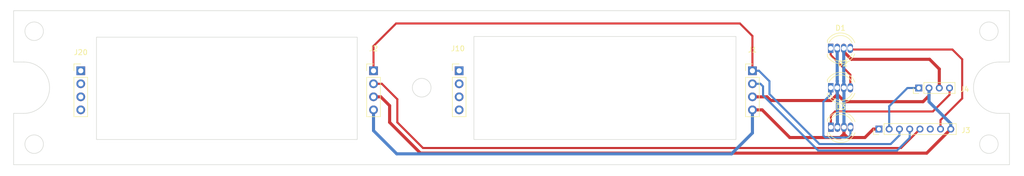
<source format=kicad_pcb>
(kicad_pcb (version 20221018) (generator pcbnew)
  (layers (0 "F.Cu" signal) (31 "B.Cu" signal) (34 "B.Paste" user) (35 "F.Paste" user) (36 "B.SilkS" user "B.Silkscreen") (37 "F.SilkS" user "F.Silkscreen") (38 "B.Mask" user) (39 "F.Mask" user) (44 "Edge.Cuts" user))
  (net 0 "")
  (net 1 "Net-(D1-DO)")
  (net 2 "GND")
  (net 3 "VCC")
  (net 4 "/LED Data")
  (net 5 "Net-(D2-DO)")
  (net 6 "Net-(D3-DO)")
  (net 7 "/LED Data Out")
  (net 8 "/Display CLK")
  (net 9 "/Display_1 Data")
  (net 10 "/Display_2 Data")
  (net 11 "/TopLED")
  (footprint "Connector_PinHeader_2.00mm:PinHeader_1x08_P2.00mm_Vertical" (layer "F.Cu") (at 248.572 91.059 90)
    (fp_text reference "J3" (at -0.25 16.94) (layer "F.SilkS"))
    (fp_text value "Control Board")
    (fp_line (start -1.06 -1.06) (end 0 -1.06) (stroke (width 0.12)) (layer "F.SilkS"))
    (fp_line (start -1.06 0) (end -1.06 -1.06) (stroke (width 0.12)) (layer "F.SilkS"))
    (fp_line (start -1.06 1) (end -1.06 15.06) (stroke (width 0.12)) (layer "F.SilkS"))
    (fp_line (start -1.06 1) (end 1.06 1) (stroke (width 0.12)) (layer "F.SilkS"))
    (fp_line (start -1.06 15.06) (end 1.06 15.06) (stroke (width 0.12)) (layer "F.SilkS"))
    (fp_line (start 1.06 1) (end 1.06 15.06) (stroke (width 0.12)) (layer "F.SilkS"))
    (pad "1" thru_hole rect (at 0 0 90) (size 1.35 1.35) (drill 0.8) (layers "*.Cu" "*.Mask") (net 3 "VCC"))
    (pad "2" thru_hole oval (at 0 2 90) (size 1.35 1.35) (drill 0.8) (layers "*.Cu" "*.Mask") (net 7 "/LED Data Out"))
    (pad "3" thru_hole oval (at 0 4 90) (size 1.35 1.35) (drill 0.8) (layers "*.Cu" "*.Mask") (net 8 "/Display CLK"))
    (pad "4" thru_hole oval (at 0 6 90) (size 1.35 1.35) (drill 0.8) (layers "*.Cu" "*.Mask") (net 9 "/Display_1 Data"))
    (pad "5" thru_hole oval (at 0 8 90) (size 1.35 1.35) (drill 0.8) (layers "*.Cu" "*.Mask") (net 10 "/Display_2 Data"))
    (pad "6" thru_hole oval (at 0 10 90) (size 1.35 1.35) (drill 0.8) (layers "*.Cu" "*.Mask") (net 11 "/TopLED"))
    (pad "7" thru_hole oval (at 0 12 90) (size 1.35 1.35) (drill 0.8) (layers "*.Cu" "*.Mask") (net 4 "/LED Data"))
    (pad "8" thru_hole oval (at 0 14 90) (size 1.35 1.35) (drill 0.8) (layers "*.Cu" "*.Mask") (net 2 "GND"))
  )
  (footprint "Connector_PinHeader_2.54mm:PinHeader_1x04_P2.54mm_Vertical" (layer "F.Cu") (at 223.929 79.7)
    (fp_text reference "J1" (at 0 -4.08) (layer "F.SilkS"))
    (fp_text value "Display 1")
    (fp_line (start -1.33 -1.33) (end 0 -1.33) (stroke (width 0.12)) (layer "F.SilkS"))
    (fp_line (start -1.33 0) (end -1.33 -1.33) (stroke (width 0.12)) (layer "F.SilkS"))
    (fp_line (start -1.33 1.27) (end -1.33 8.95) (stroke (width 0.12)) (layer "F.SilkS"))
    (fp_line (start -1.33 1.27) (end 1.33 1.27) (stroke (width 0.12)) (layer "F.SilkS"))
    (fp_line (start -1.33 8.95) (end 1.33 8.95) (stroke (width 0.12)) (layer "F.SilkS"))
    (fp_line (start 1.33 1.27) (end 1.33 8.95) (stroke (width 0.12)) (layer "F.SilkS"))
    (pad "1" thru_hole rect (at 0 0) (size 1.7 1.7) (drill 1) (layers "*.Cu" "*.Mask") (net 8 "/Display CLK"))
    (pad "2" thru_hole oval (at 0 2.54) (size 1.7 1.7) (drill 1) (layers "*.Cu" "*.Mask") (net 9 "/Display_1 Data"))
    (pad "3" thru_hole oval (at 0 5.08) (size 1.7 1.7) (drill 1) (layers "*.Cu" "*.Mask") (net 2 "GND"))
    (pad "4" thru_hole oval (at 0 7.62) (size 1.7 1.7) (drill 1) (layers "*.Cu" "*.Mask") (net 3 "VCC"))
  )
  (footprint "LED_THT:LED_D5.0mm-4_RGB" (layer "F.Cu") (at 239.22 90.7)
    (fp_text reference "D3" (at 1.905 -3.96) (layer "F.SilkS"))
    (fp_text value "APA-106-F5" hide)
    (fp_line (start -0.655 -1.545) (end -0.655 -1.08) (stroke (width 0.12)) (layer "F.SilkS"))
    (fp_line (start -0.655 1.08) (end -0.655 1.545) (stroke (width 0.12)) (layer "F.SilkS"))
    (fp_arc (start -0.655 -1.54483) (mid 2.163456 -2.978809) (end 4.692815 -1.080827) (stroke (width 0.12)) (layer "F.SilkS"))
    (fp_arc (start -0.349684 -1.08) (mid 1.904762 -2.5) (end 4.159479 -1.080429) (stroke (width 0.12)) (layer "F.SilkS"))
    (fp_arc (start 4.159479 1.080429) (mid 1.904762 2.5) (end -0.349684 1.08) (stroke (width 0.12)) (layer "F.SilkS"))
    (fp_arc (start 4.692815 1.080827) (mid 2.163456 2.978808) (end -0.655 1.54483) (stroke (width 0.12)) (layer "F.SilkS"))
    (pad "1" thru_hole rect (at 0 0) (size 1.07 1.8) (drill 0.9) (layers "*.Cu" "*.Mask") (net 6 "Net-(D3-DO)"))
    (pad "2" thru_hole oval (at 1.27 0) (size 1.07 1.8) (drill 0.9) (layers "*.Cu" "*.Mask") (net 2 "GND"))
    (pad "3" thru_hole oval (at 2.54 0) (size 1.07 1.8) (drill 0.9) (layers "*.Cu" "*.Mask") (net 3 "VCC"))
    (pad "4" thru_hole oval (at 3.81 0) (size 1.07 1.8) (drill 0.9) (layers "*.Cu" "*.Mask") (net 5 "Net-(D2-DO)"))
  )
  (footprint "Connector_PinHeader_2.54mm:PinHeader_1x04_P2.54mm_Vertical" (layer "F.Cu") (at 93.083 79.7)
    (fp_text reference "J20" (at 0 -3.58) (layer "F.SilkS"))
    (fp_text value "Display 2")
    (fp_line (start -1.33 -1.33) (end 0 -1.33) (stroke (width 0.12)) (layer "F.SilkS"))
    (fp_line (start -1.33 0) (end -1.33 -1.33) (stroke (width 0.12)) (layer "F.SilkS"))
    (fp_line (start -1.33 1.27) (end -1.33 8.95) (stroke (width 0.12)) (layer "F.SilkS"))
    (fp_line (start -1.33 1.27) (end 1.33 1.27) (stroke (width 0.12)) (layer "F.SilkS"))
    (fp_line (start -1.33 8.95) (end 1.33 8.95) (stroke (width 0.12)) (layer "F.SilkS"))
    (fp_line (start 1.33 1.27) (end 1.33 8.95) (stroke (width 0.12)) (layer "F.SilkS"))
    (pad "1" thru_hole rect (at 0 0) (size 1.7 1.7) (drill 1) (layers "*.Cu" "*.Mask"))
    (pad "2" thru_hole oval (at 0 2.54) (size 1.7 1.7) (drill 1) (layers "*.Cu" "*.Mask"))
    (pad "3" thru_hole oval (at 0 5.08) (size 1.7 1.7) (drill 1) (layers "*.Cu" "*.Mask"))
    (pad "4" thru_hole oval (at 0 7.62) (size 1.7 1.7) (drill 1) (layers "*.Cu" "*.Mask"))
  )
  (footprint "Connector_PinHeader_2.00mm:PinHeader_1x04_P2.00mm_Vertical" (layer "F.Cu") (at 256.334 83.058 90)
    (fp_text reference "J4" (at -0.25 8.94 180) (layer "F.SilkS"))
    (fp_text value "Top LED")
    (fp_line (start -1.06 -1.06) (end 0 -1.06) (stroke (width 0.12)) (layer "F.SilkS"))
    (fp_line (start -1.06 0) (end -1.06 -1.06) (stroke (width 0.12)) (layer "F.SilkS"))
    (fp_line (start -1.06 1) (end -1.06 7.06) (stroke (width 0.12)) (layer "F.SilkS"))
    (fp_line (start -1.06 1) (end 1.06 1) (stroke (width 0.12)) (layer "F.SilkS"))
    (fp_line (start -1.06 7.06) (end 1.06 7.06) (stroke (width 0.12)) (layer "F.SilkS"))
    (fp_line (start 1.06 1) (end 1.06 7.06) (stroke (width 0.12)) (layer "F.SilkS"))
    (pad "1" thru_hole rect (at 0 0 90) (size 1.35 1.35) (drill 0.8) (layers "*.Cu" "*.Mask") (net 7 "/LED Data Out"))
    (pad "2" thru_hole oval (at 0 2 90) (size 1.35 1.35) (drill 0.8) (layers "*.Cu" "*.Mask") (net 2 "GND"))
    (pad "3" thru_hole oval (at 0 4 90) (size 1.35 1.35) (drill 0.8) (layers "*.Cu" "*.Mask") (net 3 "VCC"))
    (pad "4" thru_hole oval (at 0 6 90) (size 1.35 1.35) (drill 0.8) (layers "*.Cu" "*.Mask") (net 6 "Net-(D3-DO)"))
  )
  (footprint "LED_THT:LED_D5.0mm-4_RGB" (layer "F.Cu") (at 239.19 83)
    (fp_text reference "D2" (at 2.325 -4.68) (layer "F.SilkS"))
    (fp_text value "APA-106-F5" hide)
    (fp_line (start -0.655 -1.545) (end -0.655 -1.08) (stroke (width 0.12)) (layer "F.SilkS"))
    (fp_line (start -0.655 1.08) (end -0.655 1.545) (stroke (width 0.12)) (layer "F.SilkS"))
    (fp_arc (start -0.655 -1.54483) (mid 2.163456 -2.978809) (end 4.692815 -1.080827) (stroke (width 0.12)) (layer "F.SilkS"))
    (fp_arc (start -0.349684 -1.08) (mid 1.904762 -2.5) (end 4.159479 -1.080429) (stroke (width 0.12)) (layer "F.SilkS"))
    (fp_arc (start 4.159479 1.080429) (mid 1.904762 2.5) (end -0.349684 1.08) (stroke (width 0.12)) (layer "F.SilkS"))
    (fp_arc (start 4.692815 1.080827) (mid 2.163456 2.978808) (end -0.655 1.54483) (stroke (width 0.12)) (layer "F.SilkS"))
    (pad "1" thru_hole rect (at 0 0) (size 1.07 1.8) (drill 0.9) (layers "*.Cu" "*.Mask") (net 5 "Net-(D2-DO)"))
    (pad "2" thru_hole oval (at 1.27 0) (size 1.07 1.8) (drill 0.9) (layers "*.Cu" "*.Mask") (net 2 "GND"))
    (pad "3" thru_hole oval (at 2.54 0) (size 1.07 1.8) (drill 0.9) (layers "*.Cu" "*.Mask") (net 3 "VCC"))
    (pad "4" thru_hole oval (at 3.81 0) (size 1.07 1.8) (drill 0.9) (layers "*.Cu" "*.Mask") (net 1 "Net-(D1-DO)"))
  )
  (footprint "Connector_PinHeader_2.54mm:PinHeader_1x04_P2.54mm_Vertical" (layer "F.Cu") (at 166.799 79.7)
    (fp_text reference "J10" (at -0.25 -4.33) (layer "F.SilkS"))
    (fp_text value "Display 1")
    (fp_line (start -1.33 -1.33) (end 0 -1.33) (stroke (width 0.12)) (layer "F.SilkS"))
    (fp_line (start -1.33 0) (end -1.33 -1.33) (stroke (width 0.12)) (layer "F.SilkS"))
    (fp_line (start -1.33 1.27) (end -1.33 8.95) (stroke (width 0.12)) (layer "F.SilkS"))
    (fp_line (start -1.33 1.27) (end 1.33 1.27) (stroke (width 0.12)) (layer "F.SilkS"))
    (fp_line (start -1.33 8.95) (end 1.33 8.95) (stroke (width 0.12)) (layer "F.SilkS"))
    (fp_line (start 1.33 1.27) (end 1.33 8.95) (stroke (width 0.12)) (layer "F.SilkS"))
    (pad "1" thru_hole rect (at 0 0) (size 1.7 1.7) (drill 1) (layers "*.Cu" "*.Mask"))
    (pad "2" thru_hole oval (at 0 2.54) (size 1.7 1.7) (drill 1) (layers "*.Cu" "*.Mask"))
    (pad "3" thru_hole oval (at 0 5.08) (size 1.7 1.7) (drill 1) (layers "*.Cu" "*.Mask"))
    (pad "4" thru_hole oval (at 0 7.62) (size 1.7 1.7) (drill 1) (layers "*.Cu" "*.Mask"))
  )
  (footprint "Connector_PinHeader_2.54mm:PinHeader_1x04_P2.54mm_Vertical" (layer "F.Cu") (at 150.114 79.7)
    (fp_text reference "J2" (at 0 -4.33) (layer "F.SilkS"))
    (fp_text value "Display 2")
    (fp_line (start -1.33 -1.33) (end 0 -1.33) (stroke (width 0.12)) (layer "F.SilkS"))
    (fp_line (start -1.33 0) (end -1.33 -1.33) (stroke (width 0.12)) (layer "F.SilkS"))
    (fp_line (start -1.33 1.27) (end -1.33 8.95) (stroke (width 0.12)) (layer "F.SilkS"))
    (fp_line (start -1.33 1.27) (end 1.33 1.27) (stroke (width 0.12)) (layer "F.SilkS"))
    (fp_line (start -1.33 8.95) (end 1.33 8.95) (stroke (width 0.12)) (layer "F.SilkS"))
    (fp_line (start 1.33 1.27) (end 1.33 8.95) (stroke (width 0.12)) (layer "F.SilkS"))
    (pad "1" thru_hole rect (at 0 0) (size 1.7 1.7) (drill 1) (layers "*.Cu" "*.Mask") (net 8 "/Display CLK"))
    (pad "2" thru_hole oval (at 0 2.54) (size 1.7 1.7) (drill 1) (layers "*.Cu" "*.Mask") (net 10 "/Display_2 Data"))
    (pad "3" thru_hole oval (at 0 5.08) (size 1.7 1.7) (drill 1) (layers "*.Cu" "*.Mask") (net 2 "GND"))
    (pad "4" thru_hole oval (at 0 7.62) (size 1.7 1.7) (drill 1) (layers "*.Cu" "*.Mask") (net 3 "VCC"))
  )
  (footprint "LED_THT:LED_D5.0mm-4_RGB" (layer "F.Cu") (at 239.18 75.33)
    (fp_text reference "D1" (at 1.905 -3.96) (layer "F.SilkS"))
    (fp_text value "APA-106-F5" hide)
    (fp_line (start -0.655 -1.545) (end -0.655 -1.08) (stroke (width 0.12)) (layer "F.SilkS"))
    (fp_line (start -0.655 1.08) (end -0.655 1.545) (stroke (width 0.12)) (layer "F.SilkS"))
    (fp_arc (start -0.655 -1.54483) (mid 2.163456 -2.978809) (end 4.692815 -1.080827) (stroke (width 0.12)) (layer "F.SilkS"))
    (fp_arc (start -0.349684 -1.08) (mid 1.904762 -2.5) (end 4.159479 -1.080429) (stroke (width 0.12)) (layer "F.SilkS"))
    (fp_arc (start 4.159479 1.080429) (mid 1.904762 2.5) (end -0.349684 1.08) (stroke (width 0.12)) (layer "F.SilkS"))
    (fp_arc (start 4.692815 1.080827) (mid 2.163456 2.978808) (end -0.655 1.54483) (stroke (width 0.12)) (layer "F.SilkS"))
    (pad "1" thru_hole rect (at 0 0) (size 1.07 1.8) (drill 0.9) (layers "*.Cu" "*.Mask") (net 1 "Net-(D1-DO)"))
    (pad "2" thru_hole oval (at 1.27 0) (size 1.07 1.8) (drill 0.9) (layers "*.Cu" "*.Mask") (net 2 "GND"))
    (pad "3" thru_hole oval (at 2.54 0) (size 1.07 1.8) (drill 0.9) (layers "*.Cu" "*.Mask") (net 3 "VCC"))
    (pad "4" thru_hole oval (at 3.81 0) (size 1.07 1.8) (drill 0.9) (layers "*.Cu" "*.Mask") (net 4 "/LED Data"))
  )
  (gr_rect (start 96.139 73.152) (end 146.939 93.091) (stroke (width 0.1)) (fill none) (layer "Edge.Cuts"))
  (gr_circle (center 159.5 83) (end 157.75 82.5) (stroke (width 0.1)) (fill none) (layer "Edge.Cuts"))
  (gr_circle (center 84 94) (end 82.5 95) (stroke (width 0.1)) (fill none) (layer "Edge.Cuts"))
  (gr_line (start 80 88) (end 80 98) (stroke (width 0.1)) (layer "Edge.Cuts"))
  (gr_line (start 274 68) (end 80 68) (stroke (width 0.1)) (layer "Edge.Cuts"))
  (gr_line (start 274 98) (end 274 88) (stroke (width 0.1)) (layer "Edge.Cuts"))
  (gr_arc (start 272 88) (mid 267 83) (end 272 78) (stroke (width 0.1)) (layer "Edge.Cuts"))
  (gr_rect (start 169.672 73.025) (end 220.726 93.091) (stroke (width 0.1)) (fill none) (layer "Edge.Cuts"))
  (gr_circle (center 84 72) (end 83 70.5) (stroke (width 0.1)) (fill none) (layer "Edge.Cuts"))
  (gr_circle (center 270 94) (end 271 95.5) (stroke (width 0.1)) (fill none) (layer "Edge.Cuts"))
  (gr_line (start 80 78) (end 82 78) (stroke (width 0.1)) (layer "Edge.Cuts"))
  (gr_line (start 80 88) (end 82 88) (stroke (width 0.1)) (layer "Edge.Cuts"))
  (gr_circle (center 270 72) (end 271 73.5) (stroke (width 0.1)) (fill none) (layer "Edge.Cuts"))
  (gr_arc (start 82 78) (mid 87 83) (end 82 88) (stroke (width 0.1)) (layer "Edge.Cuts"))
  (gr_line (start 80 68) (end 80 78) (stroke (width 0.1)) (layer "Edge.Cuts"))
  (gr_line (start 80 98) (end 274 98) (stroke (width 0.1)) (layer "Edge.Cuts"))
  (gr_line (start 274 78) (end 272 78) (stroke (width 0.1)) (layer "Edge.Cuts"))
  (gr_line (start 274 68) (end 274 78) (stroke (width 0.1)) (layer "Edge.Cuts"))
  (gr_line (start 274 88) (end 272 88) (stroke (width 0.1)) (layer "Edge.Cuts"))
  (segment (start 243 80.4519) (end 243 83) (width 0.4) (layer "F.Cu") (net 1))
  (segment (start 239.18 75.33) (end 239.18 76.6319) (width 0.4) (layer "F.Cu") (net 1))
  (segment (start 239.18 76.6319) (end 243 80.4519) (width 0.4) (layer "F.Cu") (net 1))
  (segment (start 262.572 91.059) (end 257.881 95.75) (width 0.6) (layer "F.Cu") (net 2))
  (segment (start 240.46 83) (end 240.46 84.151) (width 0.6) (layer "F.Cu") (net 2))
  (segment (start 159.25 95.75) (end 153.25 89.75) (width 0.6) (layer "F.Cu") (net 2))
  (segment (start 257.881 95.75) (end 159.25 95.75) (width 0.6) (layer "F.Cu") (net 2))
  (segment (start 227.5 85.5) (end 226.78 84.78) (width 0.6) (layer "F.Cu") (net 2))
  (segment (start 240.46 84.3004) (end 239.2604 85.5) (width 0.6) (layer "F.Cu") (net 2))
  (segment (start 153.25 86.5) (end 151.53 84.78) (width 0.6) (layer "F.Cu") (net 2))
  (segment (start 151.53 84.78) (end 150.114 84.78) (width 0.6) (layer "F.Cu") (net 2))
  (segment (start 258.334 84.566) (end 258.334 83.058) (width 0.6) (layer "F.Cu") (net 2))
  (segment (start 257.175 85.725) (end 258.334 84.566) (width 0.6) (layer "F.Cu") (net 2))
  (segment (start 226.78 84.78) (end 223.929 84.78) (width 0.6) (layer "F.Cu") (net 2))
  (segment (start 240.46 84.151) (end 240.46 84.3004) (width 0.6) (layer "F.Cu") (net 2))
  (segment (start 153.25 89.75) (end 153.25 86.5) (width 0.6) (layer "F.Cu") (net 2))
  (segment (start 240.46 84.3004) (end 241.8846 85.725) (width 0.6) (layer "F.Cu") (net 2))
  (segment (start 239.2604 85.5) (end 227.5 85.5) (width 0.6) (layer "F.Cu") (net 2))
  (segment (start 241.8846 85.725) (end 257.175 85.725) (width 0.6) (layer "F.Cu") (net 2))
  (segment (start 240.45 75.33) (end 240.45 81.6881) (width 0.6) (layer "B.Cu") (net 2))
  (segment (start 240.46 83) (end 240.46 81.6981) (width 0.6) (layer "B.Cu") (net 2))
  (segment (start 262.572 91.059) (end 262.572 89.9821) (width 0.6) (layer "B.Cu") (net 2))
  (segment (start 240.49 84.3319) (end 240.49 89.3981) (width 0.6) (layer "B.Cu") (net 2))
  (segment (start 240.46 84.3019) (end 240.49 84.3319) (width 0.6) (layer "B.Cu") (net 2))
  (segment (start 240.46 83) (end 240.46 84.3019) (width 0.6) (layer "B.Cu") (net 2))
  (segment (start 258.334 85.7441) (end 258.334 83.058) (width 0.6) (layer "B.Cu") (net 2))
  (segment (start 240.49 90.7) (end 240.49 89.3981) (width 0.6) (layer "B.Cu") (net 2))
  (segment (start 258.334 85.7441) (end 262.572 89.9821) (width 0.6) (layer "B.Cu") (net 2))
  (segment (start 240.45 81.6881) (end 240.46 81.6981) (width 0.6) (layer "B.Cu") (net 2))
  (segment (start 258.445 77.47) (end 243.205 77.47) (width 0.6) (layer "F.Cu") (net 3))
  (segment (start 260.334 79.359) (end 258.445 77.47) (width 0.6) (layer "F.Cu") (net 3))
  (segment (start 243.205 77.47) (end 241.72 75.985) (width 0.6) (layer "F.Cu") (net 3))
  (segment (start 223.929 87.32) (end 225.82 87.32) (width 0.6) (layer "F.Cu") (net 3))
  (segment (start 241.0519 92.71) (end 241.76 92.0019) (width 0.6) (layer "F.Cu") (net 3))
  (segment (start 247.4951 91.059) (end 248.572 91.059) (width 0.6) (layer "F.Cu") (net 3))
  (segment (start 260.334 79.359) (end 260.334 83.058) (width 0.6) (layer "F.Cu") (net 3))
  (segment (start 241.72 75.985) (end 241.72 75.33) (width 0.6) (layer "F.Cu") (net 3))
  (segment (start 225.82 87.32) (end 231.21 92.71) (width 0.6) (layer "F.Cu") (net 3))
  (segment (start 241.76 90.7) (end 241.76 92.0019) (width 0.6) (layer "F.Cu") (net 3))
  (segment (start 231.21 92.71) (end 241.0519 92.71) (width 0.6) (layer "F.Cu") (net 3))
  (segment (start 242.4681 92.71) (end 245.8441 92.71) (width 0.6) (layer "F.Cu") (net 3))
  (segment (start 241.76 92.0019) (end 242.4681 92.71) (width 0.6) (layer "F.Cu") (net 3))
  (segment (start 245.8441 92.71) (end 247.4951 91.059) (width 0.6) (layer "F.Cu") (net 3))
  (segment (start 223.929 91.821) (end 219.865 95.885) (width 0.6) (layer "B.Cu") (net 3))
  (segment (start 154.635 95.885) (end 150.114 91.364) (width 0.6) (layer "B.Cu") (net 3))
  (segment (start 241.76 83.03) (end 241.76 90.7) (width 0.6) (layer "B.Cu") (net 3))
  (segment (start 241.73 83) (end 241.76 83.03) (width 0.6) (layer "B.Cu") (net 3))
  (segment (start 219.865 95.885) (end 154.635 95.885) (width 0.6) (layer "B.Cu") (net 3))
  (segment (start 241.73 83) (end 241.73 81.6981) (width 0.6) (layer "B.Cu") (net 3))
  (segment (start 223.929 87.32) (end 223.929 91.821) (width 0.6) (layer "B.Cu") (net 3))
  (segment (start 241.72 75.33) (end 241.72 81.6881) (width 0.6) (layer "B.Cu") (net 3))
  (segment (start 241.72 81.6881) (end 241.73 81.6981) (width 0.6) (layer "B.Cu") (net 3))
  (segment (start 150.114 91.364) (end 150.114 87.32) (width 0.6) (layer "B.Cu") (net 3))
  (segment (start 260.572 89.313) (end 260.572 91.059) (width 0.4) (layer "F.Cu") (net 4))
  (segment (start 242.99 75.33) (end 243.225 75.565) (width 0.4) (layer "F.Cu") (net 4))
  (segment (start 262.89 75.565) (end 264.795 77.47) (width 0.4) (layer "F.Cu") (net 4))
  (segment (start 243.225 75.565) (end 262.89 75.565) (width 0.4) (layer "F.Cu") (net 4))
  (segment (start 264.795 77.47) (end 264.795 85.09) (width 0.4) (layer "F.Cu") (net 4))
  (segment (start 264.795 85.09) (end 260.572 89.313) (width 0.4) (layer "F.Cu") (net 4))
  (segment (start 239.19 84.3019) (end 239.19 83) (width 0.4) (layer "B.Cu") (net 5))
  (segment (start 243.03 90.7) (end 243.03 92.25) (width 0.4) (layer "B.Cu") (net 5))
  (segment (start 238.125 92.71) (end 237.75 92.335) (width 0.4) (layer "B.Cu") (net 5))
  (segment (start 237.75 85.7419) (end 239.19 84.3019) (width 0.4) (layer "B.Cu") (net 5))
  (segment (start 237.75 92.335) (end 237.75 85.7419) (width 0.4) (layer "B.Cu") (net 5))
  (segment (start 242.57 92.71) (end 238.125 92.71) (width 0.4) (layer "B.Cu") (net 5))
  (segment (start 243.03 92.25) (end 242.57 92.71) (width 0.4) (layer "B.Cu") (net 5))
  (segment (start 262.334 84.376) (end 262.334 83.058) (width 0.4) (layer "F.Cu") (net 6))
  (segment (start 239.22 90.7) (end 239.22 88.44) (width 0.4) (layer "F.Cu") (net 6))
  (segment (start 259.08 87.63) (end 262.334 84.376) (width 0.4) (layer "F.Cu") (net 6))
  (segment (start 240.03 87.63) (end 259.08 87.63) (width 0.4) (layer "F.Cu") (net 6))
  (segment (start 239.22 88.44) (end 240.03 87.63) (width 0.4) (layer "F.Cu") (net 6))
  (segment (start 250.572 86.613) (end 250.572 91.059) (width 0.4) (layer "B.Cu") (net 7))
  (segment (start 254.127 83.058) (end 256.334 83.058) (width 0.4) (layer "B.Cu") (net 7))
  (segment (start 254.127 83.058) (end 250.572 86.613) (width 0.4) (layer "B.Cu") (net 7))
  (segment (start 150.114 74.886) (end 150.114 79.7) (width 0.4) (layer "F.Cu") (net 8))
  (segment (start 223.929 79.7) (end 223.929 72.929) (width 0.4) (layer "F.Cu") (net 8))
  (segment (start 221.485 70.485) (end 154.515 70.485) (width 0.4) (layer "F.Cu") (net 8))
  (segment (start 223.929 72.929) (end 221.485 70.485) (width 0.4) (layer "F.Cu") (net 8))
  (segment (start 154.515 70.485) (end 150.114 74.886) (width 0.4) (layer "F.Cu") (net 8))
  (segment (start 252.572 91.059) (end 252.572 92.281) (width 0.4) (layer "B.Cu") (net 8))
  (segment (start 252.572 92.281) (end 250.873 93.98) (width 0.4) (layer "B.Cu") (net 8))
  (segment (start 236.98 93.98) (end 227.25 84.25) (width 0.4) (layer "B.Cu") (net 8))
  (segment (start 225.2 79.7) (end 223.929 79.7) (width 0.4) (layer "B.Cu") (net 8))
  (segment (start 227.25 81.75) (end 225.2 79.7) (width 0.4) (layer "B.Cu") (net 8))
  (segment (start 250.873 93.98) (end 236.98 93.98) (width 0.4) (layer "B.Cu") (net 8))
  (segment (start 227.25 84.25) (end 227.25 81.75) (width 0.4) (layer "B.Cu") (net 8))
  (segment (start 226 84.5) (end 226 82.75) (width 0.4) (layer "B.Cu") (net 9))
  (segment (start 236.75 95.25) (end 226 84.5) (width 0.4) (layer "B.Cu") (net 9))
  (segment (start 252.095 95.25) (end 236.75 95.25) (width 0.4) (layer "B.Cu") (net 9))
  (segment (start 226 82.75) (end 225.49 82.24) (width 0.4) (layer "B.Cu") (net 9))
  (segment (start 254.572 92.773) (end 252.095 95.25) (width 0.4) (layer "B.Cu") (net 9))
  (segment (start 225.49 82.24) (end 223.929 82.24) (width 0.4) (layer "B.Cu") (net 9))
  (segment (start 254.572 91.059) (end 254.572 92.773) (width 0.4) (layer "B.Cu") (net 9))
  (segment (start 159.75 94.75) (end 154.75 89.75) (width 0.4) (layer "F.Cu") (net 10))
  (segment (start 154.75 89.75) (end 154.75 85.25) (width 0.4) (layer "F.Cu") (net 10))
  (segment (start 151.74 82.24) (end 150.114 82.24) (width 0.4) (layer "F.Cu") (net 10))
  (segment (start 252.881 94.75) (end 159.75 94.75) (width 0.4) (layer "F.Cu") (net 10))
  (segment (start 256.572 91.059) (end 252.881 94.75) (width 0.4) (layer "F.Cu") (net 10))
  (segment (start 154.75 85.25) (end 151.74 82.24) (width 0.4) (layer "F.Cu") (net 10))
)
</source>
